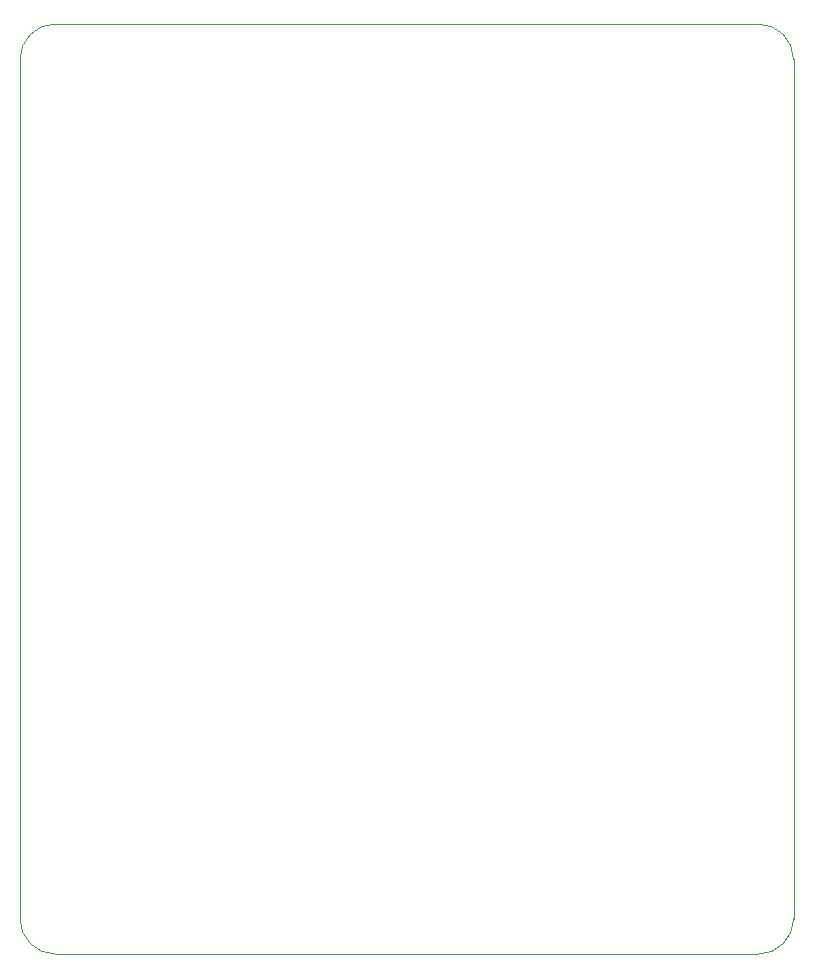
<source format=gbr>
%TF.GenerationSoftware,KiCad,Pcbnew,5.1.9*%
%TF.CreationDate,2021-03-12T16:49:57+01:00*%
%TF.ProjectId,monkey-rpi-header-pcb,6d6f6e6b-6579-42d7-9270-692d68656164,rev?*%
%TF.SameCoordinates,Original*%
%TF.FileFunction,Profile,NP*%
%FSLAX46Y46*%
G04 Gerber Fmt 4.6, Leading zero omitted, Abs format (unit mm)*
G04 Created by KiCad (PCBNEW 5.1.9) date 2021-03-12 16:49:57*
%MOMM*%
%LPD*%
G01*
G04 APERTURE LIST*
%TA.AperFunction,Profile*%
%ADD10C,0.100000*%
%TD*%
G04 APERTURE END LIST*
D10*
X188000000Y-67750000D02*
X188000000Y-140500000D01*
X188000000Y-67750000D02*
G75*
G03*
X185000000Y-64750000I-3000000J0D01*
G01*
X125500000Y-64750000D02*
X185000000Y-64750000D01*
X125500000Y-64750000D02*
G75*
G03*
X122500000Y-67750000I0J-3000000D01*
G01*
X185000000Y-143500000D02*
G75*
G03*
X188000000Y-140500000I0J3000000D01*
G01*
X122500000Y-140500000D02*
G75*
G03*
X125500000Y-143500000I3000000J0D01*
G01*
X122500000Y-67750000D02*
X122500000Y-140500000D01*
X125500000Y-143500000D02*
X185000000Y-143500000D01*
M02*

</source>
